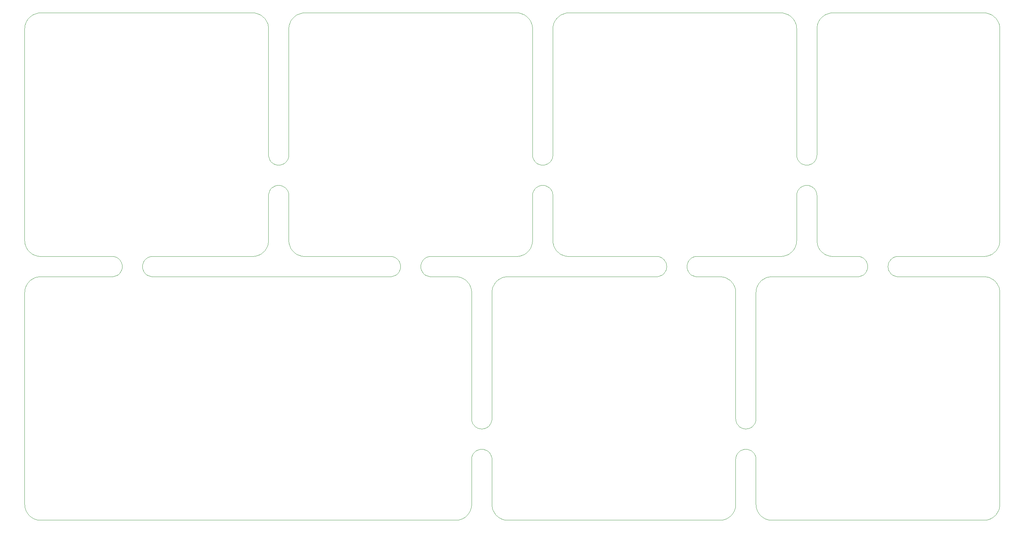
<source format=gm1>
%FSLAX25Y25*%
%MOIN*%
%SFA1B1*%

%IPPOS*%
%ADD219C,0.003940*%
%LNpanel-1*%
%LPD*%
G54D219*
X944882Y354331D02*
X943886Y354280D01*
X942901Y354129*
X941935Y353879*
X941000Y353533*
X940105Y353094*
X939259Y352567*
X938471Y351956*
X937748Y351269*
X937099Y350513*
X936529Y349694*
X936045Y348823*
X935652Y347906*
X935354Y346955*
X935153Y345979*
X935052Y344987*
Y343990*
X935153Y342998*
X935354Y342021*
X935652Y341070*
X936045Y340154*
X936529Y339282*
X937099Y338463*
X937748Y337707*
X938471Y337020*
X939259Y336410*
X940105Y335882*
X941000Y335443*
X941935Y335097*
X942901Y334847*
X943886Y334696*
X944882Y334646*
X905512D02*
X906508Y334696D01*
X907493Y334847*
X908458Y335097*
X909393Y335443*
X910288Y335882*
X911135Y336410*
X911923Y337020*
X912646Y337707*
X913295Y338463*
X913865Y339282*
X914349Y340154*
X914742Y341070*
X915040Y342021*
X915241Y342998*
X915342Y343990*
Y344987*
X915241Y345979*
X915040Y346955*
X914742Y347907*
X914349Y348823*
X913865Y349694*
X913295Y350513*
X912646Y351269*
X911923Y351956*
X911135Y352567*
X910288Y353094*
X909393Y353533*
X908458Y353879*
X907493Y354129*
X906507Y354280*
X905512Y354331*
X881594Y590551D02*
X880583Y590518D01*
X879577Y590419*
X878579Y590254*
X877594Y590025*
X876627Y589731*
X875681Y589375*
X874759Y588958*
X873868Y588481*
X873009Y587947*
X872187Y587358*
X871406Y586717*
X870667Y586025*
X869976Y585287*
X869335Y584506*
X868746Y583684*
X868212Y582825*
X867735Y581933*
X867318Y581012*
X866962Y580066*
X866668Y579098*
X866439Y578114*
X866274Y577116*
X866175Y576110*
X866142Y575099*
X1043307D02*
X1043274Y576110D01*
X1043175Y577116*
X1043010Y578114*
X1042781Y579098*
X1042487Y580066*
X1042131Y581012*
X1041714Y581933*
X1041237Y582825*
X1040703Y583684*
X1040114Y584506*
X1039472Y585287*
X1038781Y586025*
X1038043Y586717*
X1037262Y587358*
X1036440Y587947*
X1035581Y588481*
X1034689Y588958*
X1033768Y589375*
X1032822Y589731*
X1031854Y590025*
X1030870Y590254*
X1029872Y590419*
X1028866Y590518*
X1027855Y590551*
Y354331D02*
X1028866Y354364D01*
X1029872Y354463*
X1030870Y354628*
X1031854Y354857*
X1032822Y355151*
X1033768Y355507*
X1034689Y355924*
X1035581Y356401*
X1036440Y356935*
X1037262Y357524*
X1038043Y358165*
X1038781Y358857*
X1039472Y359594*
X1040114Y360376*
X1040703Y361198*
X1041237Y362057*
X1041714Y362948*
X1042131Y363870*
X1042487Y364816*
X1042781Y365783*
X1043010Y366768*
X1043175Y367766*
X1043274Y368772*
X1043307Y369783*
X866142D02*
X866175Y368772D01*
X866274Y367766*
X866439Y366768*
X866668Y365783*
X866962Y364816*
X867318Y363870*
X867735Y362948*
X868212Y362057*
X868746Y361198*
X869335Y360376*
X869976Y359594*
X870667Y358857*
X871406Y358165*
X872187Y357524*
X873009Y356935*
X873868Y356401*
X874759Y355924*
X875681Y355507*
X876627Y355151*
X877594Y354857*
X878579Y354628*
X879577Y354463*
X880583Y354364*
X881594Y354331*
X866142Y413386D02*
X866091Y414382D01*
X865940Y415367*
X865690Y416332*
X865344Y417267*
X864905Y418162*
X864378Y419009*
X863767Y419797*
X863080Y420520*
X862324Y421169*
X861506Y421739*
X860634Y422223*
X859718Y422616*
X858766Y422914*
X857790Y423115*
X856798Y423216*
X855801*
X854809Y423115*
X853832Y422914*
X852881Y422616*
X851965Y422223*
X851093Y421739*
X850275Y421169*
X849518Y420520*
X848831Y419797*
X848221Y419009*
X847693Y418162*
X847254Y417267*
X846908Y416332*
X846658Y415367*
X846507Y414382*
X846457Y413386*
Y452756D02*
X846507Y451760D01*
X846658Y450775*
X846908Y449809*
X847254Y448874*
X847693Y447979*
X848221Y447133*
X848831Y446345*
X849518Y445622*
X850275Y444973*
X851093Y444403*
X851965Y443919*
X852881Y443526*
X853832Y443228*
X854809Y443027*
X855801Y442926*
X856798*
X857790Y443027*
X858766Y443228*
X859718Y443526*
X860634Y443919*
X861506Y444403*
X862324Y444973*
X863080Y445622*
X863767Y446345*
X864378Y447133*
X864905Y447979*
X865344Y448875*
X865690Y449810*
X865940Y450775*
X866091Y451760*
X866142Y452756*
X98425Y113829D02*
X98458Y112821D01*
X98557Y111818*
X98721Y110824*
X98950Y109842*
X99243Y108877*
X99598Y107934*
X100014Y107016*
X100489Y106127*
X101021Y105271*
X101608Y104452*
X102248Y103672*
X102937Y102937*
X103672Y102248*
X104452Y101608*
X105271Y101021*
X106127Y100489*
X107016Y100014*
X107934Y99598*
X108877Y99243*
X109842Y98950*
X110824Y98721*
X111818Y98557*
X112821Y98458*
X113829Y98425*
X113877Y334646D02*
X112867Y334613D01*
X111860Y334513*
X110863Y334349*
X109878Y334119*
X108910Y333826*
X107964Y333470*
X107043Y333052*
X106151Y332575*
X105292Y332042*
X104471Y331453*
X103689Y330811*
X102951Y330120*
X102260Y329382*
X101618Y328600*
X101029Y327778*
X100495Y326920*
X100019Y326028*
X99601Y325107*
X99245Y324161*
X98952Y323193*
X98722Y322208*
X98557Y321211*
X98458Y320204*
X98425Y319194*
X531496Y319242D02*
X531463Y320250D01*
X531364Y321253*
X531200Y322247*
X530971Y323229*
X530679Y324194*
X530324Y325137*
X529908Y326055*
X529432Y326944*
X528900Y327800*
X528313Y328619*
X527674Y329398*
X526985Y330134*
X526249Y330823*
X525470Y331463*
X524650Y332050*
X523794Y332582*
X522905Y333057*
X521987Y333473*
X521044Y333828*
X520079Y334121*
X519098Y334350*
X518103Y334514*
X517100Y334613*
X516093Y334646*
X516044Y98425D02*
X517055Y98458D01*
X518061Y98557*
X519059Y98722*
X520043Y98952*
X521011Y99245*
X521957Y99601*
X522878Y100019*
X523770Y100495*
X524629Y101029*
X525451Y101618*
X526232Y102260*
X526970Y102951*
X527662Y103689*
X528303Y104471*
X528892Y105292*
X529426Y106151*
X529903Y107043*
X530320Y107964*
X530676Y108910*
X530969Y109878*
X531199Y110863*
X531364Y111860*
X531463Y112867*
X531496Y113877*
X551181Y113829D02*
X551214Y112821D01*
X551313Y111818*
X551477Y110824*
X551706Y109842*
X551999Y108877*
X552354Y107934*
X552770Y107016*
X553245Y106127*
X553777Y105271*
X554364Y104452*
X555004Y103672*
X555693Y102937*
X556428Y102248*
X557207Y101608*
X558027Y101021*
X558883Y100489*
X559772Y100014*
X560690Y99598*
X561633Y99243*
X562598Y98950*
X563579Y98721*
X564574Y98557*
X565577Y98458*
X566584Y98425*
X566633Y334646D02*
X565623Y334613D01*
X564616Y334513*
X563619Y334349*
X562634Y334119*
X561666Y333826*
X560720Y333470*
X559799Y333052*
X558907Y332575*
X558048Y332042*
X557227Y331453*
X556445Y330811*
X555707Y330120*
X555016Y329382*
X554374Y328600*
X553785Y327778*
X553251Y326920*
X552775Y326028*
X552357Y325107*
X552001Y324161*
X551708Y323193*
X551478Y322208*
X551313Y321211*
X551214Y320204*
X551181Y319194*
X787402Y319242D02*
X787369Y320250D01*
X787270Y321253*
X787106Y322247*
X786877Y323229*
X786584Y324194*
X786229Y325137*
X785813Y326055*
X785338Y326944*
X784806Y327800*
X784219Y328619*
X783579Y329398*
X782890Y330134*
X782154Y330823*
X781375Y331463*
X780556Y332050*
X779700Y332582*
X778811Y333057*
X777893Y333473*
X776950Y333828*
X775985Y334121*
X775003Y334350*
X774009Y334514*
X773006Y334613*
X771998Y334646*
X771950Y98425D02*
X772960Y98458D01*
X773967Y98557*
X774964Y98722*
X775949Y98952*
X776916Y99245*
X777863Y99601*
X778784Y100019*
X779676Y100495*
X780534Y101029*
X781356Y101618*
X782138Y102260*
X782876Y102951*
X783567Y103689*
X784208Y104471*
X784797Y105292*
X785331Y106151*
X785808Y107043*
X786225Y107964*
X786582Y108910*
X786875Y109878*
X787105Y110863*
X787269Y111860*
X787368Y112867*
X787402Y113877*
X807087Y113829D02*
X807120Y112821D01*
X807218Y111818*
X807383Y110824*
X807611Y109842*
X807904Y108877*
X808259Y107934*
X808675Y107016*
X809150Y106127*
X809682Y105271*
X810270Y104452*
X810909Y103672*
X811598Y102937*
X812334Y102248*
X813113Y101608*
X813932Y101021*
X814788Y100489*
X815677Y100014*
X816595Y99598*
X817539Y99243*
X818503Y98950*
X819485Y98721*
X820479Y98557*
X821482Y98458*
X822490Y98425*
X822539Y334646D02*
X821528Y334613D01*
X820522Y334513*
X819524Y334349*
X818539Y334119*
X817572Y333826*
X816625Y333470*
X815704Y333052*
X814813Y332575*
X813954Y332042*
X813132Y331453*
X812350Y330811*
X811612Y330120*
X810921Y329382*
X810280Y328600*
X809691Y327778*
X809157Y326920*
X808680Y326028*
X808263Y325107*
X807907Y324161*
X807613Y323193*
X807384Y322208*
X807219Y321211*
X807120Y320204*
X807087Y319194*
X1043307Y319242D02*
X1043274Y320250D01*
X1043175Y321253*
X1043011Y322247*
X1042782Y323229*
X1042490Y324194*
X1042135Y325137*
X1041719Y326055*
X1041243Y326944*
X1040711Y327800*
X1040124Y328619*
X1039485Y329398*
X1038795Y330134*
X1038060Y330823*
X1037281Y331463*
X1036461Y332050*
X1035605Y332582*
X1034717Y333057*
X1033798Y333473*
X1032855Y333828*
X1031890Y334121*
X1030909Y334350*
X1029914Y334514*
X1028911Y334613*
X1027904Y334646*
X1027855Y98425D02*
X1028866Y98458D01*
X1029872Y98557*
X1030870Y98722*
X1031854Y98952*
X1032822Y99245*
X1033768Y99601*
X1034689Y100019*
X1035581Y100495*
X1036440Y101029*
X1037262Y101618*
X1038043Y102260*
X1038781Y102951*
X1039472Y103689*
X1040114Y104471*
X1040703Y105292*
X1041237Y106151*
X1041714Y107043*
X1042131Y107964*
X1042487Y108910*
X1042781Y109878*
X1043010Y110863*
X1043175Y111860*
X1043274Y112867*
X1043307Y113877*
X610236Y369734D02*
X610269Y368727D01*
X610368Y367723*
X610532Y366729*
X610761Y365747*
X611054Y364783*
X611409Y363839*
X611825Y362921*
X612300Y362032*
X612832Y361176*
X613419Y360357*
X614059Y359578*
X614748Y358842*
X615483Y358153*
X616263Y357514*
X617082Y356927*
X617938Y356394*
X618827Y355919*
X619745Y355503*
X620688Y355148*
X621653Y354856*
X622635Y354627*
X623629Y354463*
X624632Y354364*
X625640Y354331*
X625688Y590551D02*
X624678Y590518D01*
X623671Y590419*
X622674Y590254*
X621689Y590025*
X620721Y589731*
X619775Y589375*
X618854Y588958*
X617962Y588481*
X617103Y587947*
X616282Y587358*
X615500Y586717*
X614762Y586025*
X614071Y585287*
X613429Y584506*
X612840Y583684*
X612306Y582825*
X611830Y581933*
X611412Y581012*
X611056Y580066*
X610763Y579098*
X610533Y578114*
X610368Y577116*
X610269Y576110*
X610236Y575099*
X846457Y575148D02*
X846424Y576155D01*
X846325Y577158*
X846161Y578153*
X845932Y579135*
X845639Y580099*
X845284Y581042*
X844868Y581960*
X844393Y582850*
X843861Y583706*
X843274Y584525*
X842634Y585304*
X841945Y586040*
X841210Y586729*
X840430Y587368*
X839611Y587955*
X838755Y588487*
X837866Y588963*
X836948Y589379*
X836005Y589734*
X835040Y590026*
X834058Y590255*
X833064Y590419*
X832061Y590518*
X831053Y590551*
X831005Y354331D02*
X832015Y354364D01*
X833022Y354463*
X834019Y354628*
X835004Y354857*
X835972Y355151*
X836918Y355507*
X837839Y355924*
X838731Y356401*
X839589Y356935*
X840411Y357524*
X841193Y358165*
X841931Y358857*
X842622Y359594*
X843264Y360376*
X843853Y361198*
X844386Y362057*
X844863Y362948*
X845280Y363870*
X845637Y364816*
X845930Y365783*
X846160Y366768*
X846325Y367766*
X846424Y368772*
X846457Y369783*
X354331Y369734D02*
X354364Y368727D01*
X354463Y367723*
X354627Y366729*
X354856Y365747*
X355148Y364783*
X355503Y363839*
X355919Y362921*
X356394Y362032*
X356927Y361176*
X357514Y360357*
X358153Y359578*
X358842Y358842*
X359578Y358153*
X360357Y357514*
X361176Y356927*
X362032Y356394*
X362921Y355919*
X363839Y355503*
X364783Y355148*
X365747Y354856*
X366729Y354627*
X367723Y354463*
X368727Y354364*
X369734Y354331*
X369783Y590551D02*
X368772Y590518D01*
X367766Y590419*
X366768Y590254*
X365783Y590025*
X364816Y589731*
X363870Y589375*
X362948Y588958*
X362057Y588481*
X361198Y587947*
X360376Y587358*
X359594Y586717*
X358857Y586025*
X358165Y585287*
X357524Y584506*
X356935Y583684*
X356401Y582825*
X355924Y581933*
X355507Y581012*
X355151Y580066*
X354857Y579098*
X354628Y578114*
X354463Y577116*
X354364Y576110*
X354331Y575099*
X590551Y575148D02*
X590518Y576155D01*
X590419Y577158*
X590255Y578153*
X590026Y579135*
X589734Y580099*
X589379Y581042*
X588963Y581960*
X588487Y582850*
X587955Y583706*
X587368Y584525*
X586729Y585304*
X586040Y586040*
X585304Y586729*
X584525Y587368*
X583706Y587955*
X582850Y588487*
X581960Y588963*
X581042Y589379*
X580099Y589734*
X579135Y590026*
X578153Y590255*
X577158Y590419*
X576155Y590518*
X575148Y590551*
X575099Y354331D02*
X576110Y354364D01*
X577116Y354463*
X578114Y354628*
X579098Y354857*
X580066Y355151*
X581012Y355507*
X581933Y355924*
X582825Y356401*
X583684Y356935*
X584506Y357524*
X585287Y358165*
X586025Y358857*
X586717Y359594*
X587358Y360376*
X587947Y361198*
X588481Y362057*
X588958Y362948*
X589375Y363870*
X589731Y364816*
X590025Y365783*
X590254Y366768*
X590419Y367766*
X590518Y368772*
X590551Y369783*
X319194Y354331D02*
X320204Y354364D01*
X321211Y354463*
X322208Y354628*
X323193Y354857*
X324161Y355151*
X325107Y355507*
X326028Y355924*
X326920Y356401*
X327778Y356935*
X328600Y357524*
X329382Y358165*
X330120Y358857*
X330811Y359594*
X331453Y360376*
X332042Y361198*
X332575Y362057*
X333052Y362948*
X333470Y363870*
X333826Y364816*
X334119Y365783*
X334349Y366768*
X334513Y367766*
X334613Y368772*
X334646Y369783*
Y575148D02*
X334613Y576155D01*
X334514Y577158*
X334350Y578153*
X334121Y579135*
X333828Y580099*
X333473Y581042*
X333057Y581960*
X332582Y582850*
X332050Y583706*
X331463Y584525*
X330823Y585304*
X330134Y586040*
X329398Y586729*
X328619Y587368*
X327800Y587955*
X326944Y588487*
X326055Y588963*
X325137Y589379*
X324194Y589734*
X323229Y590026*
X322247Y590255*
X321253Y590419*
X320250Y590518*
X319242Y590551*
X113877D02*
X112867Y590518D01*
X111860Y590419*
X110863Y590254*
X109878Y590025*
X108910Y589731*
X107964Y589375*
X107043Y588958*
X106151Y588481*
X105292Y587947*
X104471Y587358*
X103689Y586717*
X102951Y586025*
X102260Y585287*
X101618Y584506*
X101029Y583684*
X100495Y582825*
X100019Y581933*
X99601Y581012*
X99245Y580066*
X98952Y579098*
X98722Y578114*
X98557Y577116*
X98458Y576110*
X98425Y575099*
Y369734D02*
X98458Y368727D01*
X98557Y367723*
X98721Y366729*
X98950Y365747*
X99243Y364783*
X99598Y363839*
X100014Y362921*
X100489Y362032*
X101021Y361176*
X101608Y360357*
X102248Y359578*
X102937Y358842*
X103672Y358153*
X104452Y357514*
X105271Y356927*
X106127Y356394*
X107016Y355919*
X107934Y355503*
X108877Y355148*
X109842Y354856*
X110824Y354627*
X111818Y354463*
X112821Y354364*
X113829Y354331*
X334646Y452756D02*
X334696Y451760D01*
X334847Y450775*
X335097Y449809*
X335443Y448874*
X335882Y447979*
X336410Y447133*
X337020Y446345*
X337707Y445622*
X338463Y444973*
X339282Y444403*
X340154Y443919*
X341070Y443526*
X342021Y443228*
X342998Y443027*
X343990Y442926*
X344987*
X345979Y443027*
X346955Y443228*
X347907Y443526*
X348823Y443919*
X349694Y444403*
X350513Y444973*
X351269Y445622*
X351956Y446345*
X352567Y447133*
X353094Y447979*
X353533Y448875*
X353879Y449810*
X354129Y450775*
X354280Y451760*
X354331Y452756*
Y413386D02*
X354280Y414382D01*
X354129Y415367*
X353879Y416332*
X353533Y417267*
X353094Y418162*
X352567Y419009*
X351956Y419797*
X351269Y420520*
X350513Y421169*
X349694Y421739*
X348823Y422223*
X347907Y422616*
X346955Y422914*
X345979Y423115*
X344987Y423216*
X343990*
X342998Y423115*
X342021Y422914*
X341070Y422616*
X340154Y422223*
X339282Y421739*
X338463Y421169*
X337707Y420520*
X337020Y419797*
X336410Y419009*
X335882Y418162*
X335443Y417267*
X335097Y416332*
X334847Y415367*
X334696Y414382*
X334646Y413386*
X590551Y452756D02*
X590602Y451760D01*
X590753Y450775*
X591003Y449809*
X591349Y448874*
X591788Y447979*
X592315Y447133*
X592926Y446345*
X593612Y445622*
X594369Y444973*
X595187Y444403*
X596059Y443919*
X596975Y443526*
X597927Y443228*
X598903Y443027*
X599895Y442926*
X600892*
X601884Y443027*
X602861Y443228*
X603812Y443526*
X604728Y443919*
X605600Y444403*
X606418Y444973*
X607175Y445622*
X607862Y446345*
X608472Y447133*
X608999Y447979*
X609439Y448875*
X609785Y449810*
X610035Y450775*
X610186Y451760*
X610236Y452756*
Y413386D02*
X610186Y414382D01*
X610035Y415367*
X609785Y416332*
X609439Y417267*
X608999Y418162*
X608472Y419009*
X607862Y419797*
X607175Y420520*
X606418Y421169*
X605600Y421739*
X604728Y422223*
X603812Y422616*
X602861Y422914*
X601884Y423115*
X600892Y423216*
X599895*
X598903Y423115*
X597927Y422914*
X596975Y422616*
X596059Y422223*
X595187Y421739*
X594369Y421169*
X593612Y420520*
X592926Y419797*
X592315Y419009*
X591788Y418162*
X591349Y417267*
X591003Y416332*
X590753Y415367*
X590602Y414382*
X590551Y413386*
X787402Y196850D02*
X787452Y195855D01*
X787603Y194869*
X787853Y193904*
X788199Y192969*
X788638Y192074*
X789166Y191228*
X789776Y190439*
X790463Y189717*
X791219Y189067*
X792038Y188498*
X792909Y188014*
X793826Y187620*
X794777Y187322*
X795754Y187121*
X796746Y187021*
X797743*
X798735Y187121*
X799711Y187322*
X800663Y187621*
X801579Y188014*
X802450Y188498*
X803269Y189067*
X804025Y189717*
X804712Y190439*
X805322Y191228*
X805850Y192074*
X806289Y192969*
X806635Y193904*
X806885Y194869*
X807036Y195855*
X807087Y196850*
Y157480D02*
X807036Y158476D01*
X806885Y159462*
X806635Y160427*
X806289Y161362*
X805850Y162257*
X805322Y163103*
X804712Y163891*
X804025Y164614*
X803269Y165263*
X802450Y165833*
X801579Y166317*
X800662Y166710*
X799711Y167009*
X798735Y167209*
X797743Y167310*
X796746*
X795754Y167209*
X794777Y167009*
X793826Y166710*
X792909Y166317*
X792038Y165833*
X791219Y165263*
X790463Y164614*
X789776Y163891*
X789166Y163103*
X788638Y162257*
X788199Y161362*
X787853Y160427*
X787603Y159462*
X787452Y158476*
X787402Y157480*
X531496Y196850D02*
X531547Y195855D01*
X531698Y194869*
X531948Y193904*
X532294Y192969*
X532733Y192074*
X533260Y191228*
X533871Y190439*
X534557Y189717*
X535314Y189067*
X536132Y188498*
X537004Y188014*
X537920Y187620*
X538871Y187322*
X539848Y187121*
X540840Y187021*
X541837*
X542829Y187121*
X543806Y187322*
X544757Y187621*
X545673Y188014*
X546545Y188498*
X547363Y189067*
X548120Y189717*
X548807Y190439*
X549417Y191228*
X549944Y192074*
X550383Y192969*
X550730Y193904*
X550980Y194869*
X551131Y195855*
X551181Y196850*
Y157480D02*
X551131Y158476D01*
X550980Y159462*
X550730Y160427*
X550383Y161362*
X549944Y162257*
X549417Y163103*
X548807Y163891*
X548120Y164614*
X547363Y165263*
X546545Y165833*
X545673Y166317*
X544757Y166710*
X543806Y167009*
X542829Y167209*
X541837Y167310*
X540840*
X539848Y167209*
X538871Y167009*
X537920Y166710*
X537004Y166317*
X536132Y165833*
X535314Y165263*
X534557Y164614*
X533871Y163891*
X533260Y163103*
X532733Y162257*
X532294Y161362*
X531947Y160427*
X531698Y159462*
X531547Y158476*
X531496Y157480*
X183071Y334646D02*
X184067Y334696D01*
X185052Y334847*
X186017Y335097*
X186952Y335443*
X187847Y335882*
X188694Y336410*
X189482Y337020*
X190205Y337707*
X190854Y338463*
X191424Y339282*
X191908Y340154*
X192301Y341070*
X192599Y342021*
X192800Y342998*
X192901Y343990*
Y344987*
X192800Y345979*
X192599Y346955*
X192301Y347907*
X191908Y348823*
X191424Y349694*
X190854Y350513*
X190205Y351269*
X189482Y351956*
X188694Y352567*
X187847Y353094*
X186952Y353533*
X186017Y353879*
X185052Y354129*
X184067Y354280*
X183071Y354331*
X222441D02*
X221445Y354280D01*
X220460Y354129*
X219495Y353879*
X218560Y353533*
X217664Y353094*
X216818Y352567*
X216030Y351956*
X215307Y351269*
X214658Y350513*
X214088Y349694*
X213604Y348823*
X213211Y347906*
X212913Y346955*
X212712Y345979*
X212611Y344987*
Y343990*
X212712Y342998*
X212913Y342021*
X213211Y341070*
X213604Y340154*
X214088Y339282*
X214658Y338463*
X215307Y337707*
X216030Y337020*
X216818Y336410*
X217664Y335882*
X218560Y335443*
X219495Y335097*
X220460Y334847*
X221445Y334696*
X222441Y334646*
X452756D02*
X453752Y334696D01*
X454737Y334847*
X455702Y335097*
X456637Y335443*
X457533Y335882*
X458379Y336410*
X459167Y337020*
X459890Y337707*
X460539Y338463*
X461109Y339282*
X461593Y340154*
X461986Y341070*
X462284Y342021*
X462485Y342998*
X462586Y343990*
Y344987*
X462485Y345979*
X462284Y346955*
X461986Y347907*
X461593Y348823*
X461109Y349694*
X460539Y350513*
X459890Y351269*
X459167Y351956*
X458379Y352567*
X457533Y353094*
X456637Y353533*
X455702Y353879*
X454737Y354129*
X453752Y354280*
X452756Y354331*
X492126D02*
X491130Y354280D01*
X490145Y354129*
X489180Y353879*
X488244Y353533*
X487349Y353094*
X486503Y352567*
X485715Y351956*
X484992Y351269*
X484343Y350513*
X483773Y349694*
X483289Y348823*
X482896Y347906*
X482598Y346955*
X482397Y345979*
X482296Y344987*
Y343990*
X482397Y342998*
X482598Y342021*
X482896Y341070*
X483289Y340154*
X483773Y339282*
X484343Y338463*
X484992Y337707*
X485715Y337020*
X486503Y336410*
X487349Y335882*
X488244Y335443*
X489180Y335097*
X490145Y334847*
X491130Y334696*
X492126Y334646*
X710630D02*
X711626Y334696D01*
X712611Y334847*
X713576Y335097*
X714511Y335443*
X715407Y335882*
X716253Y336410*
X717041Y337020*
X717764Y337707*
X718413Y338463*
X718983Y339282*
X719467Y340154*
X719860Y341070*
X720158Y342021*
X720359Y342998*
X720460Y343990*
Y344987*
X720359Y345979*
X720158Y346955*
X719860Y347907*
X719467Y348823*
X718983Y349694*
X718413Y350513*
X717764Y351269*
X717041Y351956*
X716253Y352567*
X715407Y353094*
X714511Y353533*
X713576Y353879*
X712611Y354129*
X711626Y354280*
X710630Y354331*
X750000D02*
X749004Y354280D01*
X748019Y354129*
X747053Y353879*
X746118Y353533*
X745223Y353094*
X744377Y352567*
X743589Y351956*
X742866Y351269*
X742217Y350513*
X741647Y349694*
X741163Y348823*
X740770Y347906*
X740472Y346955*
X740271Y345979*
X740170Y344987*
Y343990*
X740271Y342998*
X740472Y342021*
X740770Y341070*
X741163Y340154*
X741647Y339282*
X742217Y338463*
X742866Y337707*
X743589Y337020*
X744377Y336410*
X745223Y335882*
X746119Y335443*
X747053Y335097*
X748019Y334847*
X749004Y334696*
X750000Y334646*
X846457Y452756D02*
Y575148D01*
Y369783D02*
Y413386D01*
X822539Y334646D02*
X905512D01*
X944882D02*
X1027904D01*
X944882Y354331D02*
X1027855D01*
X881594D02*
X905512D01*
X866142Y369783D02*
Y413386D01*
X1043307Y369783D02*
Y575099D01*
X881594Y590551D02*
X1027855D01*
X866142Y452756D02*
Y575099D01*
X807087Y113829D02*
Y157480D01*
X822490Y98425D02*
X1027855D01*
X1043307Y113877D02*
Y319242D01*
X807087Y196850D02*
Y319194D01*
X492126Y334646D02*
X516093D01*
X222441D02*
X452756D01*
X113877D02*
X183071D01*
X98425Y113829D02*
Y319194D01*
X113829Y98425D02*
X516044D01*
X531496Y113877D02*
Y157480D01*
Y196850D02*
Y319242D01*
X551181Y196850D02*
Y319194D01*
Y113829D02*
Y157480D01*
X566584Y98425D02*
X771950D01*
X787402Y113877D02*
Y157480D01*
Y196850D02*
Y319242D01*
X750000Y334646D02*
X771998D01*
X566633D02*
X710630D01*
X610236Y452756D02*
Y575099D01*
Y369734D02*
Y413386D01*
X625640Y354331D02*
X710630D01*
X750000D02*
X831005D01*
X625688Y590551D02*
X831053D01*
X354331Y452756D02*
Y575099D01*
Y369734D02*
Y413386D01*
X369734Y354331D02*
X452756D01*
X492126D02*
X575099D01*
X590551Y369783D02*
Y413386D01*
Y452756D02*
Y575148D01*
X369783Y590551D02*
X575148D01*
X222441Y354331D02*
X319194D01*
X334646Y369783D02*
Y413386D01*
Y452756D02*
Y575148D01*
X157480Y590551D02*
X319242D01*
X113877D02*
X157480D01*
X98425Y379921D02*
Y575099D01*
Y369734D02*
Y379921D01*
X113829Y354331D02*
X183071D01*
M02*
</source>
